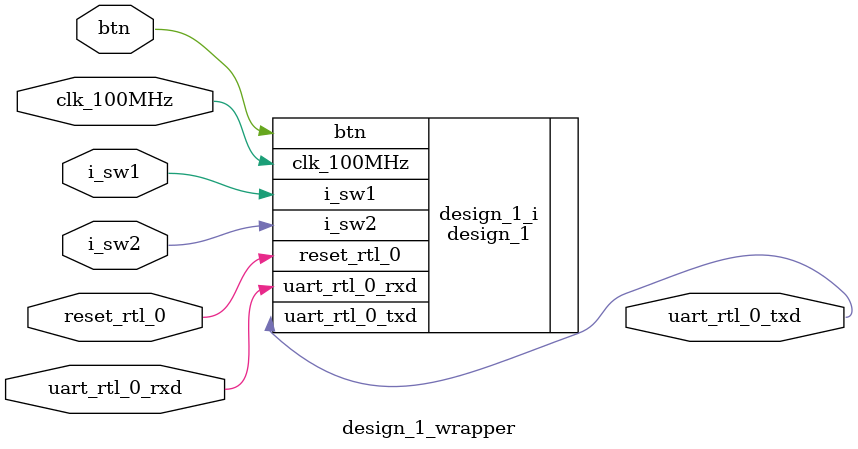
<source format=v>
`timescale 1 ps / 1 ps

module design_1_wrapper
   (btn,
    clk_100MHz,
    i_sw1,
    i_sw2,
    reset_rtl_0,
    uart_rtl_0_rxd,
    uart_rtl_0_txd);
  input btn;
  input clk_100MHz;
  input i_sw1;
  input i_sw2;
  input reset_rtl_0;
  input uart_rtl_0_rxd;
  output uart_rtl_0_txd;

  wire btn;
  wire clk_100MHz;
  wire i_sw1;
  wire i_sw2;
  wire reset_rtl_0;
  wire uart_rtl_0_rxd;
  wire uart_rtl_0_txd;

  design_1 design_1_i
       (.btn(btn),
        .clk_100MHz(clk_100MHz),
        .i_sw1(i_sw1),
        .i_sw2(i_sw2),
        .reset_rtl_0(reset_rtl_0),
        .uart_rtl_0_rxd(uart_rtl_0_rxd),
        .uart_rtl_0_txd(uart_rtl_0_txd));
endmodule

</source>
